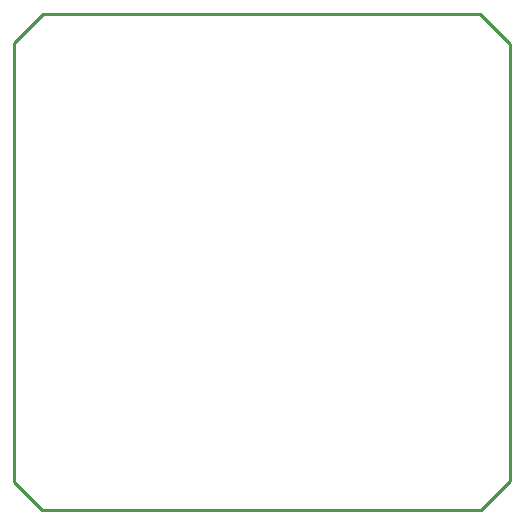
<source format=gko>
G04 Layer_Color=16711935*
%FSLAX25Y25*%
%MOIN*%
G70*
G01*
G75*
%ADD49C,0.01000*%
D49*
X133002Y143110D02*
X143110Y133002D01*
Y-12490D02*
Y133002D01*
X133356Y-22244D02*
X143110Y-12490D01*
X-22244Y-13044D02*
X-13044Y-22244D01*
X133356D01*
X-22244Y-13044D02*
Y133456D01*
X-12590Y143110D01*
X133002D01*
M02*

</source>
